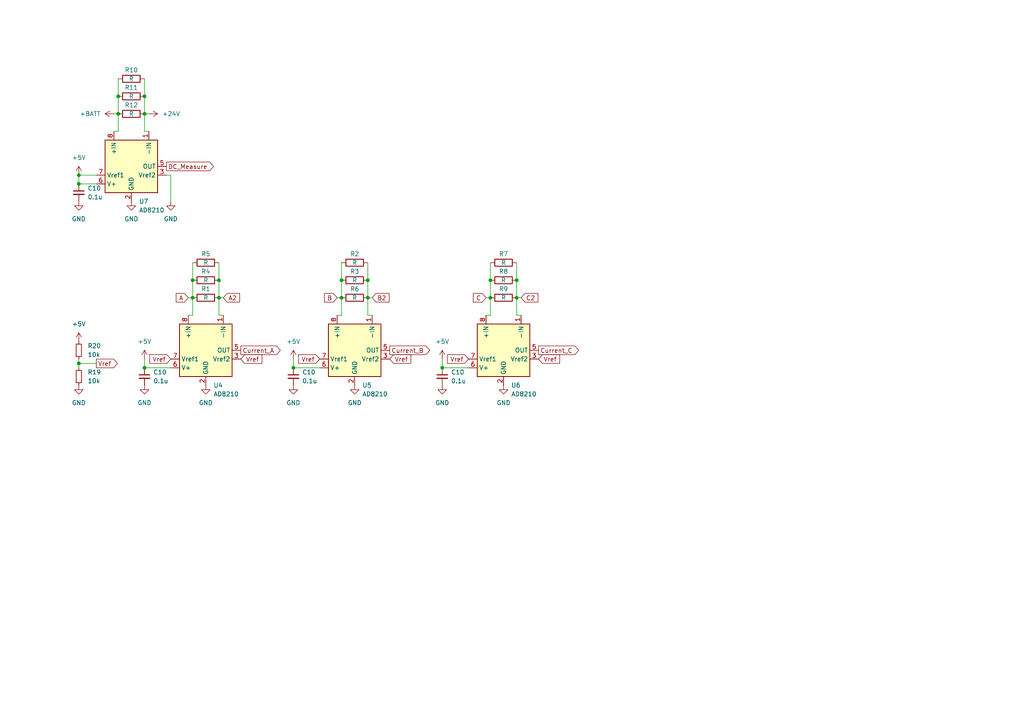
<source format=kicad_sch>
(kicad_sch (version 20230121) (generator eeschema)
  (paper "A4")
  (lib_symbols
    (symbol "Amplifier_Current:AD8210"
      (property "Reference" "U" (at -7.62 10.795 0))
      (property "Value" "AD8210" (at -7.62 8.89 0))
      (symbol "AD8210_0_1"
        (rectangle (start -7.62 7.62) (end 7.62 -7.62) (stroke (width 0.254)) (fill (type background)))
      )
      (symbol "AD8210_1_1"
        (pin input line (at 5.08 10.16 270) (length 2.54) (name "-IN") (number "1"))
        (pin power_in line (at 0 -10.16 90) (length 2.54) (name "GND") (number "2"))
        (pin input line (at 10.16 -2.54 180) (length 2.54) (name "Vref2") (number "3"))
        (pin no_connect line (at 2.54 -7.62 90) (length 2.54) hide (name "NC") (number "4"))
        (pin output line (at 10.16 0 180) (length 2.54) (name "OUT") (number "5"))
        (pin power_in line (at -10.16 -5.08 0) (length 2.54) (name "V+") (number "6"))
        (pin input line (at -10.16 -2.54 0) (length 2.54) (name "Vref1") (number "7"))
        (pin input line (at -5.08 10.16 270) (length 2.54) (name "+IN") (number "8"))
      )
    )
    (symbol "Device:C_Small" (pin_numbers hide) (pin_names (offset 0.254) hide)
      (property "Reference" "C" (at 0.254 1.778 0))
      (property "Value" "C_Small" (at 0.254 -2.032 0))
      (symbol "C_Small_0_1"
        (polyline (pts (xy -1.524 -0.508) (xy 1.524 -0.508)) (stroke (width 0.3302)))
        (polyline (pts (xy -1.524 0.508) (xy 1.524 0.508)) (stroke (width 0.3048)))
      )
      (symbol "C_Small_1_1"
        (pin passive line (at 0 2.54 270) (length 2.032) (name "~") (number "1"))
        (pin passive line (at 0 -2.54 90) (length 2.032) (name "~") (number "2"))
      )
    )
    (symbol "Device:R" (pin_numbers hide) (pin_names (offset 0))
      (property "Reference" "R" (at 2.032 0 90))
      (property "Value" "R" (at 0 0 90))
      (symbol "R_0_1"
        (rectangle (start -1.016 -2.54) (end 1.016 2.54) (stroke (width 0.254)))
      )
      (symbol "R_1_1"
        (pin passive line (at 0 3.81 270) (length 1.27) (name "~") (number "1"))
        (pin passive line (at 0 -3.81 90) (length 1.27) (name "~") (number "2"))
      )
    )
    (symbol "Device:R_Small" (pin_numbers hide) (pin_names (offset 0.254) hide)
      (property "Reference" "R" (at 0.762 0.508 0))
      (property "Value" "R_Small" (at 0.762 -1.016 0))
      (symbol "R_Small_0_1"
        (rectangle (start -0.762 1.778) (end 0.762 -1.778) (stroke (width 0.2032)))
      )
      (symbol "R_Small_1_1"
        (pin passive line (at 0 2.54 270) (length 0.762) (name "~") (number "1"))
        (pin passive line (at 0 -2.54 90) (length 0.762) (name "~") (number "2"))
      )
    )
    (symbol "power:+24V" (power) (pin_names (offset 0))
      (property "Value" "+24V" (at 0 3.556 0))
      (symbol "+24V_0_1"
        (polyline (pts (xy -0.762 1.27) (xy 0 2.54)))
        (polyline (pts (xy 0 0) (xy 0 2.54)))
        (polyline (pts (xy 0 2.54) (xy 0.762 1.27)))
      )
      (symbol "+24V_1_1"
        (pin power_in line (at 0 0 90) (length 0) hide (name "+24V") (number "1"))
      )
    )
    (symbol "power:+5V" (power) (pin_names (offset 0))
      (property "Value" "+5V" (at 0 3.556 0))
      (symbol "+5V_0_1"
        (polyline (pts (xy -0.762 1.27) (xy 0 2.54)))
        (polyline (pts (xy 0 0) (xy 0 2.54)))
        (polyline (pts (xy 0 2.54) (xy 0.762 1.27)))
      )
      (symbol "+5V_1_1"
        (pin power_in line (at 0 0 90) (length 0) hide (name "+5V") (number "1"))
      )
    )
    (symbol "power:+BATT" (power) (pin_names (offset 0))
      (property "Value" "+BATT" (at 0 3.556 0))
      (symbol "+BATT_0_1"
        (polyline (pts (xy -0.762 1.27) (xy 0 2.54)))
        (polyline (pts (xy 0 0) (xy 0 2.54)))
        (polyline (pts (xy 0 2.54) (xy 0.762 1.27)))
      )
      (symbol "+BATT_1_1"
        (pin power_in line (at 0 0 90) (length 0) hide (name "+BATT") (number "1"))
      )
    )
    (symbol "power:GND" (power) (pin_names (offset 0))
      (property "Value" "GND" (at 0 -3.81 0))
      (symbol "GND_0_1"
        (polyline (pts (xy 0 0) (xy 0 -1.27) (xy 1.27 -1.27) (xy 0 -2.54) (xy -1.27 -1.27) (xy 0 -1.27)))
      )
      (symbol "GND_1_1"
        (pin power_in line (at 0 0 270) (length 0) hide (name "GND") (number "1"))
      )
    )
  )
  (junction (at 55.88 86.36))
  (junction (at 63.5 86.36))
  (junction (at 99.06 81.28))
  (junction (at 55.88 81.28))
  (junction (at 63.5 81.28))
  (junction (at 142.24 81.28))
  (junction (at 22.86 105.41))
  (junction (at 22.86 53.34))
  (junction (at 149.86 86.36))
  (junction (at 34.29 33.02))
  (junction (at 22.86 50.8))
  (junction (at 149.86 81.28))
  (junction (at 142.24 86.36))
  (junction (at 34.29 27.94))
  (junction (at 85.09 106.68))
  (junction (at 41.91 27.94))
  (junction (at 41.91 33.02))
  (junction (at 41.91 106.68))
  (junction (at 99.06 86.36))
  (junction (at 128.27 106.68))
  (junction (at 106.68 86.36))
  (junction (at 106.68 81.28))
  (wire (pts (xy 55.88 86.36) (xy 55.88 91.44)))
  (wire (pts (xy 142.24 81.28) (xy 142.24 86.36)))
  (wire (pts (xy 85.09 104.14) (xy 85.09 106.68)))
  (wire (pts (xy 149.86 81.28) (xy 149.86 86.36)))
  (wire (pts (xy 34.29 22.86) (xy 34.29 27.94)))
  (wire (pts (xy 149.86 86.36) (xy 151.13 86.36)))
  (wire (pts (xy 106.68 91.44) (xy 107.95 91.44)))
  (wire (pts (xy 106.68 76.2) (xy 106.68 81.28)))
  (wire (pts (xy 34.29 27.94) (xy 34.29 33.02)))
  (wire (pts (xy 149.86 76.2) (xy 149.86 81.28)))
  (wire (pts (xy 55.88 76.2) (xy 55.88 81.28)))
  (wire (pts (xy 142.24 76.2) (xy 142.24 81.28)))
  (wire (pts (xy 99.06 91.44) (xy 97.79 91.44)))
  (wire (pts (xy 22.86 105.41) (xy 22.86 106.68)))
  (wire (pts (xy 55.88 81.28) (xy 55.88 86.36)))
  (wire (pts (xy 63.5 91.44) (xy 64.77 91.44)))
  (wire (pts (xy 99.06 81.28) (xy 99.06 86.36)))
  (wire (pts (xy 41.91 22.86) (xy 41.91 27.94)))
  (wire (pts (xy 106.68 81.28) (xy 106.68 86.36)))
  (wire (pts (xy 41.91 27.94) (xy 41.91 33.02)))
  (wire (pts (xy 22.86 105.41) (xy 27.94 105.41)))
  (wire (pts (xy 106.68 86.36) (xy 107.95 86.36)))
  (wire (pts (xy 55.88 91.44) (xy 54.61 91.44)))
  (wire (pts (xy 99.06 86.36) (xy 99.06 91.44)))
  (wire (pts (xy 33.02 33.02) (xy 34.29 33.02)))
  (wire (pts (xy 63.5 81.28) (xy 63.5 86.36)))
  (wire (pts (xy 128.27 104.14) (xy 128.27 106.68)))
  (wire (pts (xy 63.5 76.2) (xy 63.5 81.28)))
  (wire (pts (xy 63.5 86.36) (xy 64.77 86.36)))
  (wire (pts (xy 41.91 38.1) (xy 43.18 38.1)))
  (wire (pts (xy 97.79 86.36) (xy 99.06 86.36)))
  (wire (pts (xy 34.29 33.02) (xy 34.29 38.1)))
  (wire (pts (xy 99.06 76.2) (xy 99.06 81.28)))
  (wire (pts (xy 34.29 38.1) (xy 33.02 38.1)))
  (wire (pts (xy 41.91 106.68) (xy 49.53 106.68)))
  (wire (pts (xy 54.61 86.36) (xy 55.88 86.36)))
  (wire (pts (xy 41.91 33.02) (xy 41.91 38.1)))
  (wire (pts (xy 142.24 91.44) (xy 140.97 91.44)))
  (wire (pts (xy 22.86 50.8) (xy 27.94 50.8)))
  (wire (pts (xy 149.86 86.36) (xy 149.86 91.44)))
  (wire (pts (xy 149.86 91.44) (xy 151.13 91.44)))
  (wire (pts (xy 22.86 104.14) (xy 22.86 105.41)))
  (wire (pts (xy 41.91 104.14) (xy 41.91 106.68)))
  (wire (pts (xy 48.26 50.8) (xy 49.53 50.8)))
  (wire (pts (xy 140.97 86.36) (xy 142.24 86.36)))
  (wire (pts (xy 41.91 33.02) (xy 43.18 33.02)))
  (wire (pts (xy 106.68 86.36) (xy 106.68 91.44)))
  (wire (pts (xy 22.86 50.8) (xy 22.86 53.34)))
  (wire (pts (xy 142.24 86.36) (xy 142.24 91.44)))
  (wire (pts (xy 128.27 106.68) (xy 135.89 106.68)))
  (wire (pts (xy 63.5 86.36) (xy 63.5 91.44)))
  (wire (pts (xy 49.53 50.8) (xy 49.53 58.42)))
  (wire (pts (xy 85.09 106.68) (xy 92.71 106.68)))
  (wire (pts (xy 22.86 53.34) (xy 27.94 53.34)))
  (global_label "B" (shape input) (at 97.79 86.36 180) (property "Intersheetrefs" "${INTERSHEET_REFS}" (effects hide)))
  (global_label "Vref" (shape input) (at 113.03 104.14 0) (property "Intersheetrefs" "${INTERSHEET_REFS}" (effects hide)))
  (global_label "Vref" (shape input) (at 49.53 104.14 180) (property "Intersheetrefs" "${INTERSHEET_REFS}" (effects hide)))
  (global_label "Vref" (shape input) (at 69.85 104.14 0) (property "Intersheetrefs" "${INTERSHEET_REFS}" (effects hide)))
  (global_label "Vref" (shape input) (at 92.71 104.14 180) (property "Intersheetrefs" "${INTERSHEET_REFS}" (effects hide)))
  (global_label "Vref" (shape input) (at 156.21 104.14 0) (property "Intersheetrefs" "${INTERSHEET_REFS}" (effects hide)))
  (global_label "Vref" (shape input) (at 135.89 104.14 180) (property "Intersheetrefs" "${INTERSHEET_REFS}" (effects hide)))
  (global_label "A2" (shape input) (at 64.77 86.36 0) (property "Intersheetrefs" "${INTERSHEET_REFS}" (effects hide)))
  (global_label "Current_C" (shape output) (at 156.21 101.6 0) (property "Intersheetrefs" "${INTERSHEET_REFS}" (effects hide)))
  (global_label "DC_Measure" (shape output) (at 48.26 48.26 0) (property "Intersheetrefs" "${INTERSHEET_REFS}" (effects hide)))
  (global_label "C" (shape input) (at 140.97 86.36 180) (property "Intersheetrefs" "${INTERSHEET_REFS}" (effects hide)))
  (global_label "Current_B" (shape output) (at 113.03 101.6 0) (property "Intersheetrefs" "${INTERSHEET_REFS}" (effects hide)))
  (global_label "A" (shape input) (at 54.61 86.36 180) (property "Intersheetrefs" "${INTERSHEET_REFS}" (effects hide)))
  (global_label "Vref" (shape output) (at 27.94 105.41 0) (property "Intersheetrefs" "${INTERSHEET_REFS}" (effects hide)))
  (global_label "C2" (shape input) (at 151.13 86.36 0) (property "Intersheetrefs" "${INTERSHEET_REFS}" (effects hide)))
  (global_label "Current_A" (shape output) (at 69.85 101.6 0) (property "Intersheetrefs" "${INTERSHEET_REFS}" (effects hide)))
  (global_label "B2" (shape input) (at 107.95 86.36 0) (property "Intersheetrefs" "${INTERSHEET_REFS}" (effects hide)))
  (symbol (lib_id "Device:R") (at 146.05 81.28 90) (unit 1)
    (property "Reference" "R8" (at 146.05 78.74 90))
    (property "Value" "R" (at 146.05 81.28 90))
    (property "Footprint" "Resistor_SMD:R_2512_6332Metric_Pad1.40x3.35mm_HandSolder" (effects hide))
    (instances (project "Силовая плата" (path "" (reference "R8") (unit 1)) (path "" (reference "R11") (unit 1)) (path "" (reference "R33") (unit 1))))
  )
  (symbol (lib_id "power:GND") (at 146.05 111.76 0) (unit 1)
    (property "Reference" "#PWR05" (effects hide))
    (property "Value" "GND" (at 146.05 116.84 0))
    (instances (project "Силовая плата" (path "" (reference "#PWR05") (unit 1)) (path "" (reference "#PWR011") (unit 1)) (path "" (reference "#PWR036") (unit 1))))
  )
  (symbol (lib_id "Device:R") (at 59.69 81.28 90) (unit 1)
    (property "Reference" "R4" (at 59.69 78.74 90))
    (property "Value" "R" (at 59.69 81.28 90))
    (property "Footprint" "Resistor_SMD:R_2512_6332Metric_Pad1.40x3.35mm_HandSolder" (effects hide))
    (instances (project "Силовая плата" (path "" (reference "R4") (unit 1)) (path "" (reference "R2") (unit 1)) (path "" (reference "R27") (unit 1))))
  )
  (symbol (lib_id "power:+BATT") (at 33.02 33.02 90) (unit 1)
    (property "Reference" "#PWR09" (effects hide))
    (property "Value" "+BATT" (at 29.21 33.02 90) (effects (justify left)))
  )
  (symbol (lib_id "power:+5V") (at 22.86 99.06 0) (unit 1)
    (property "Reference" "#PWR010" (effects hide))
    (property "Value" "+5V" (at 22.86 93.98 0))
    (instances (project "Силовая плата" (path "" (reference "#PWR010") (unit 1)) (path "" (reference "#PWR014") (unit 1)) (path "" (reference "#PWR022") (unit 1))))
  )
  (symbol (lib_id "Device:R") (at 146.05 86.36 90) (unit 1)
    (property "Reference" "R9" (at 146.05 83.82 90))
    (property "Value" "R" (at 146.05 86.36 90))
    (property "Footprint" "Resistor_SMD:R_2512_6332Metric_Pad1.40x3.35mm_HandSolder" (effects hide))
    (instances (project "Силовая плата" (path "" (reference "R9") (unit 1)) (path "" (reference "R12") (unit 1)) (path "" (reference "R34") (unit 1))))
  )
  (symbol (lib_id "Amplifier_Current:AD8210") (at 146.05 101.6 0) (unit 1)
    (property "Reference" "U6" (at 148.2441 111.76 0) (effects (justify left)))
    (property "Value" "AD8210" (at 148.2441 114.3 0) (effects (justify left)))
    (property "Footprint" "Package_SO:SOIC-8_3.9x4.9mm_P1.27mm" (effects hide))
    (property "Datasheet" "https://www.analog.com/media/en/technical-documentation/data-sheets/AD8210.pdf" (effects hide))
    (instances (project "Силовая плата" (path "" (reference "U6") (unit 1)) (path "" (reference "U7") (unit 1)) (path "" (reference "U11") (unit 1))))
  )
  (symbol (lib_id "power:GND") (at 128.27 111.76 0) (unit 1)
    (property "Reference" "#PWR011" (effects hide))
    (property "Value" "GND" (at 128.27 116.84 0))
    (instances (project "Силовая плата" (path "" (reference "#PWR011") (unit 1)) (path "" (reference "#PWR019") (unit 1)) (path "" (reference "#PWR035") (unit 1))))
  )
  (symbol (lib_id "Device:R") (at 102.87 76.2 90) (unit 1)
    (property "Reference" "R2" (at 102.87 73.66 90))
    (property "Value" "R" (at 102.87 76.2 90))
    (property "Footprint" "Resistor_SMD:R_2512_6332Metric_Pad1.40x3.35mm_HandSolder" (effects hide))
    (instances (project "Силовая плата" (path "" (reference "R2") (unit 1)) (path "" (reference "R4") (unit 1)) (path "" (reference "R29") (unit 1))))
  )
  (symbol (lib_id "Amplifier_Current:AD8210") (at 59.69 101.6 0) (unit 1)
    (property "Reference" "U4" (at 61.8841 111.76 0) (effects (justify left)))
    (property "Value" "AD8210" (at 61.8841 114.3 0) (effects (justify left)))
    (property "Footprint" "Package_SO:SOIC-8_3.9x4.9mm_P1.27mm" (effects hide))
    (property "Datasheet" "https://www.analog.com/media/en/technical-documentation/data-sheets/AD8210.pdf" (effects hide))
    (instances (project "Силовая плата" (path "" (reference "U4") (unit 1)) (path "" (reference "U4") (unit 1)) (path "" (reference "U9") (unit 1))))
  )
  (symbol (lib_id "Amplifier_Current:AD8210") (at 38.1 48.26 0) (unit 1)
    (property "Reference" "U7" (at 40.2941 58.42 0) (effects (justify left)))
    (property "Value" "AD8210" (at 40.2941 60.96 0) (effects (justify left)))
    (property "Footprint" "Package_SO:SOIC-8_3.9x4.9mm_P1.27mm" (effects hide))
    (property "Datasheet" "https://www.analog.com/media/en/technical-documentation/data-sheets/AD8210.pdf" (effects hide))
    (instances (project "Силовая плата" (path "" (reference "U7") (unit 1)) (path "" (reference "U6") (unit 1)) (path "" (reference "U8") (unit 1))))
  )
  (symbol (lib_id "Device:R") (at 59.69 86.36 90) (unit 1)
    (property "Reference" "R1" (at 59.69 83.82 90))
    (property "Value" "R" (at 59.69 86.36 90))
    (property "Footprint" "Resistor_SMD:R_2512_6332Metric_Pad1.40x3.35mm_HandSolder" (effects hide))
    (instances (project "Силовая плата" (path "" (reference "R1") (unit 1)) (path "" (reference "R3") (unit 1)) (path "" (reference "R28") (unit 1))))
  )
  (symbol (lib_id "power:GND") (at 102.87 111.76 0) (unit 1)
    (property "Reference" "#PWR04" (effects hide))
    (property "Value" "GND" (at 102.87 116.84 0))
    (instances (project "Силовая плата" (path "" (reference "#PWR04") (unit 1)) (path "" (reference "#PWR05") (unit 1)) (path "" (reference "#PWR033") (unit 1))))
  )
  (symbol (lib_id "power:+24V") (at 43.18 33.02 270) (unit 1)
    (property "Reference" "#PWR020" (effects hide))
    (property "Value" "+24V" (at 46.99 33.02 90) (effects (justify left)))
  )
  (symbol (lib_id "Device:R_Small") (at 22.86 101.6 0) (unit 1)
    (property "Reference" "R20" (at 25.4 100.33 0) (effects (justify left)))
    (property "Value" "10k" (at 25.4 102.87 0) (effects (justify left)))
    (property "Footprint" "Resistor_SMD:R_0805_2012Metric_Pad1.20x1.40mm_HandSolder" (effects hide))
    (instances (project "Силовая плата" (path "" (reference "R20") (unit 1)) (path "" (reference "R21") (unit 1))))
  )
  (symbol (lib_id "Device:C_Small") (at 22.86 55.88 0) (unit 1)
    (property "Reference" "C10" (at 25.4 54.6163 0) (effects (justify left)))
    (property "Value" "0.1u" (at 25.4 57.1563 0) (effects (justify left)))
    (property "Footprint" "Capacitor_SMD:C_0805_2012Metric_Pad1.18x1.45mm_HandSolder" (effects hide))
    (instances (project "Силовая плата" (path "" (reference "C10") (unit 1)) (path "" (reference "C10") (unit 1)) (path "" (reference "C14") (unit 1))))
  )
  (symbol (lib_id "Device:R") (at 146.05 76.2 90) (unit 1)
    (property "Reference" "R7" (at 146.05 73.66 90))
    (property "Value" "R" (at 146.05 76.2 90))
    (property "Footprint" "Resistor_SMD:R_2512_6332Metric_Pad1.40x3.35mm_HandSolder" (effects hide))
    (instances (project "Силовая плата" (path "" (reference "R7") (unit 1)) (path "" (reference "R10") (unit 1)) (path "" (reference "R32") (unit 1))))
  )
  (symbol (lib_id "Device:R") (at 102.87 81.28 90) (unit 1)
    (property "Reference" "R3" (at 102.87 78.74 90))
    (property "Value" "R" (at 102.87 81.28 90))
    (property "Footprint" "Resistor_SMD:R_2512_6332Metric_Pad1.40x3.35mm_HandSolder" (effects hide))
    (instances (project "Силовая плата" (path "" (reference "R3") (unit 1)) (path "" (reference "R5") (unit 1)) (path "" (reference "R30") (unit 1))))
  )
  (symbol (lib_id "power:GND") (at 59.69 111.76 0) (unit 1)
    (property "Reference" "#PWR03" (effects hide))
    (property "Value" "GND" (at 59.69 116.84 0))
    (instances (project "Силовая плата" (path "" (reference "#PWR03") (unit 1)) (path "" (reference "#PWR01") (unit 1)) (path "" (reference "#PWR030") (unit 1))))
  )
  (symbol (lib_id "Device:R") (at 38.1 22.86 90) (unit 1)
    (property "Reference" "R10" (at 38.1 20.32 90))
    (property "Value" "R" (at 38.1 22.86 90))
    (property "Footprint" "Resistor_SMD:R_2512_6332Metric_Pad1.40x3.35mm_HandSolder" (effects hide))
    (instances (project "Силовая плата" (path "" (reference "R10") (unit 1)) (path "" (reference "R7") (unit 1)) (path "" (reference "R23") (unit 1))))
  )
  (symbol (lib_id "Device:R_Small") (at 22.86 109.22 0) (unit 1)
    (property "Reference" "R19" (at 25.4 107.95 0) (effects (justify left)))
    (property "Value" "10k" (at 25.4 110.49 0) (effects (justify left)))
    (property "Footprint" "Resistor_SMD:R_0805_2012Metric_Pad1.20x1.40mm_HandSolder" (effects hide))
    (instances (project "Силовая плата" (path "" (reference "R19") (unit 1)) (path "" (reference "R22") (unit 1))))
  )
  (symbol (lib_id "Amplifier_Current:AD8210") (at 102.87 101.6 0) (unit 1)
    (property "Reference" "U5" (at 105.0641 111.76 0) (effects (justify left)))
    (property "Value" "AD8210" (at 105.0641 114.3 0) (effects (justify left)))
    (property "Footprint" "Package_SO:SOIC-8_3.9x4.9mm_P1.27mm" (effects hide))
    (property "Datasheet" "https://www.analog.com/media/en/technical-documentation/data-sheets/AD8210.pdf" (effects hide))
    (instances (project "Силовая плата" (path "" (reference "U5") (unit 1)) (path "" (reference "U5") (unit 1)) (path "" (reference "U10") (unit 1))))
  )
  (symbol (lib_id "power:+5V") (at 128.27 104.14 0) (unit 1)
    (property "Reference" "#PWR010" (effects hide))
    (property "Value" "+5V" (at 128.27 99.06 0))
    (instances (project "Силовая плата" (path "" (reference "#PWR010") (unit 1)) (path "" (reference "#PWR018") (unit 1)) (path "" (reference "#PWR034") (unit 1))))
  )
  (symbol (lib_id "power:+5V") (at 85.09 104.14 0) (unit 1)
    (property "Reference" "#PWR010" (effects hide))
    (property "Value" "+5V" (at 85.09 99.06 0))
    (instances (project "Силовая плата" (path "" (reference "#PWR010") (unit 1)) (path "" (reference "#PWR016") (unit 1)) (path "" (reference "#PWR031") (unit 1))))
  )
  (symbol (lib_id "Device:R") (at 38.1 33.02 90) (unit 1)
    (property "Reference" "R12" (at 38.1 30.48 90))
    (property "Value" "R" (at 38.1 33.02 90))
    (property "Footprint" "Resistor_SMD:R_2512_6332Metric_Pad1.40x3.35mm_HandSolder" (effects hide))
    (instances (project "Силовая плата" (path "" (reference "R12") (unit 1)) (path "" (reference "R9") (unit 1)) (path "" (reference "R25") (unit 1))))
  )
  (symbol (lib_id "power:GND") (at 22.86 111.76 0) (unit 1)
    (property "Reference" "#PWR011" (effects hide))
    (property "Value" "GND" (at 22.86 116.84 0))
    (instances (project "Силовая плата" (path "" (reference "#PWR011") (unit 1)) (path "" (reference "#PWR015") (unit 1)) (path "" (reference "#PWR023") (unit 1))))
  )
  (symbol (lib_id "Device:R") (at 102.87 86.36 90) (unit 1)
    (property "Reference" "R6" (at 102.87 83.82 90))
    (property "Value" "R" (at 102.87 86.36 90))
    (property "Footprint" "Resistor_SMD:R_2512_6332Metric_Pad1.40x3.35mm_HandSolder" (effects hide))
    (instances (project "Силовая плата" (path "" (reference "R6") (unit 1)) (path "" (reference "R6") (unit 1)) (path "" (reference "R31") (unit 1))))
  )
  (symbol (lib_id "Device:R") (at 59.69 76.2 90) (unit 1)
    (property "Reference" "R5" (at 59.69 73.66 90))
    (property "Value" "R" (at 59.69 76.2 90))
    (property "Footprint" "Resistor_SMD:R_2512_6332Metric_Pad1.40x3.35mm_HandSolder" (effects hide))
    (instances (project "Силовая плата" (path "" (reference "R5") (unit 1)) (path "" (reference "R1") (unit 1)) (path "" (reference "R26") (unit 1))))
  )
  (symbol (lib_id "Device:C_Small") (at 41.91 109.22 0) (unit 1)
    (property "Reference" "C10" (at 44.45 107.9563 0) (effects (justify left)))
    (property "Value" "0.1u" (at 44.45 110.4963 0) (effects (justify left)))
    (property "Footprint" "Capacitor_SMD:C_0805_2012Metric_Pad1.18x1.45mm_HandSolder" (effects hide))
    (instances (project "Силовая плата" (path "" (reference "C10") (unit 1)) (path "" (reference "C11") (unit 1)) (path "" (reference "C15") (unit 1))))
  )
  (symbol (lib_id "power:GND") (at 49.53 58.42 0) (unit 1)
    (property "Reference" "#PWR09" (effects hide))
    (property "Value" "GND" (at 49.53 63.5 0))
    (instances (project "Силовая плата" (path "" (reference "#PWR09") (unit 1)) (path "" (reference "#PWR010") (unit 1)) (path "" (reference "#PWR029") (unit 1))))
  )
  (symbol (lib_id "power:+5V") (at 41.91 104.14 0) (unit 1)
    (property "Reference" "#PWR010" (effects hide))
    (property "Value" "+5V" (at 41.91 99.06 0))
    (instances (project "Силовая плата" (path "" (reference "#PWR010") (unit 1)) (path "" (reference "#PWR012") (unit 1)) (path "" (reference "#PWR026") (unit 1))))
  )
  (symbol (lib_id "power:GND") (at 41.91 111.76 0) (unit 1)
    (property "Reference" "#PWR011" (effects hide))
    (property "Value" "GND" (at 41.91 116.84 0))
    (instances (project "Силовая плата" (path "" (reference "#PWR011") (unit 1)) (path "" (reference "#PWR013") (unit 1)) (path "" (reference "#PWR027") (unit 1))))
  )
  (symbol (lib_id "power:GND") (at 85.09 111.76 0) (unit 1)
    (property "Reference" "#PWR011" (effects hide))
    (property "Value" "GND" (at 85.09 116.84 0))
    (instances (project "Силовая плата" (path "" (reference "#PWR011") (unit 1)) (path "" (reference "#PWR017") (unit 1)) (path "" (reference "#PWR032") (unit 1))))
  )
  (symbol (lib_id "Device:R") (at 38.1 27.94 90) (unit 1)
    (property "Reference" "R11" (at 38.1 25.4 90))
    (property "Value" "R" (at 38.1 27.94 90))
    (property "Footprint" "Resistor_SMD:R_2512_6332Metric_Pad1.40x3.35mm_HandSolder" (effects hide))
    (instances (project "Силовая плата" (path "" (reference "R11") (unit 1)) (path "" (reference "R8") (unit 1)) (path "" (reference "R24") (unit 1))))
  )
  (symbol (lib_id "Device:C_Small") (at 85.09 109.22 0) (unit 1)
    (property "Reference" "C10" (at 87.63 107.9563 0) (effects (justify left)))
    (property "Value" "0.1u" (at 87.63 110.4963 0) (effects (justify left)))
    (property "Footprint" "Capacitor_SMD:C_0805_2012Metric_Pad1.18x1.45mm_HandSolder" (effects hide))
    (instances (project "Силовая плата" (path "" (reference "C10") (unit 1)) (path "" (reference "C12") (unit 1)) (path "" (reference "C16") (unit 1))))
  )
  (symbol (lib_id "power:GND") (at 22.86 58.42 0) (unit 1)
    (property "Reference" "#PWR011" (effects hide))
    (property "Value" "GND" (at 22.86 63.5 0))
    (instances (project "Силовая плата" (path "" (reference "#PWR011") (unit 1)) (path "" (reference "#PWR04") (unit 1)) (path "" (reference "#PWR021") (unit 1))))
  )
  (symbol (lib_id "Device:C_Small") (at 128.27 109.22 0) (unit 1)
    (property "Reference" "C10" (at 130.81 107.9563 0) (effects (justify left)))
    (property "Value" "0.1u" (at 130.81 110.4963 0) (effects (justify left)))
    (property "Footprint" "Capacitor_SMD:C_0805_2012Metric_Pad1.18x1.45mm_HandSolder" (effects hide))
    (instances (project "Силовая плата" (path "" (reference "C10") (unit 1)) (path "" (reference "C13") (unit 1)) (path "" (reference "C17") (unit 1))))
  )
  (symbol (lib_id "power:GND") (at 38.1 58.42 0) (unit 1)
    (property "Reference" "#PWR06" (effects hide))
    (property "Value" "GND" (at 38.1 63.5 0))
    (instances (project "Силовая плата" (path "" (reference "#PWR06") (unit 1)) (path "" (reference "#PWR08") (unit 1)) (path "" (reference "#PWR025") (unit 1))))
  )
  (symbol (lib_id "power:+5V") (at 22.86 50.8 0) (unit 1)
    (property "Reference" "#PWR010" (effects hide))
    (property "Value" "+5V" (at 22.86 45.72 0))
    (instances (project "Силовая плата" (path "" (reference "#PWR010") (unit 1)) (path "" (reference "#PWR03") (unit 1)) (path "" (reference "#PWR020") (unit 1))))
  )
)
</source>
